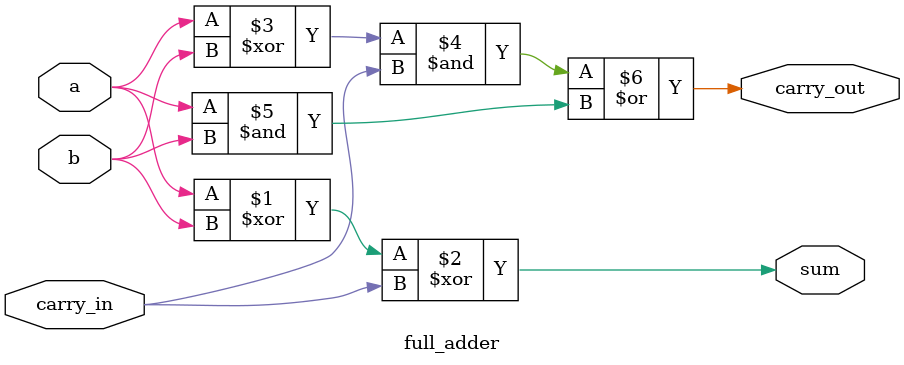
<source format=v>
`timescale 1ns / 1ps

module full_adder(
    input a,
    input b,
    input carry_in,
    output sum,
    output carry_out
    );
    
  assign sum   = a ^ b ^ carry_in;
  assign carry_out = ((a ^ b) & carry_in) | (a & b);
  
endmodule

</source>
